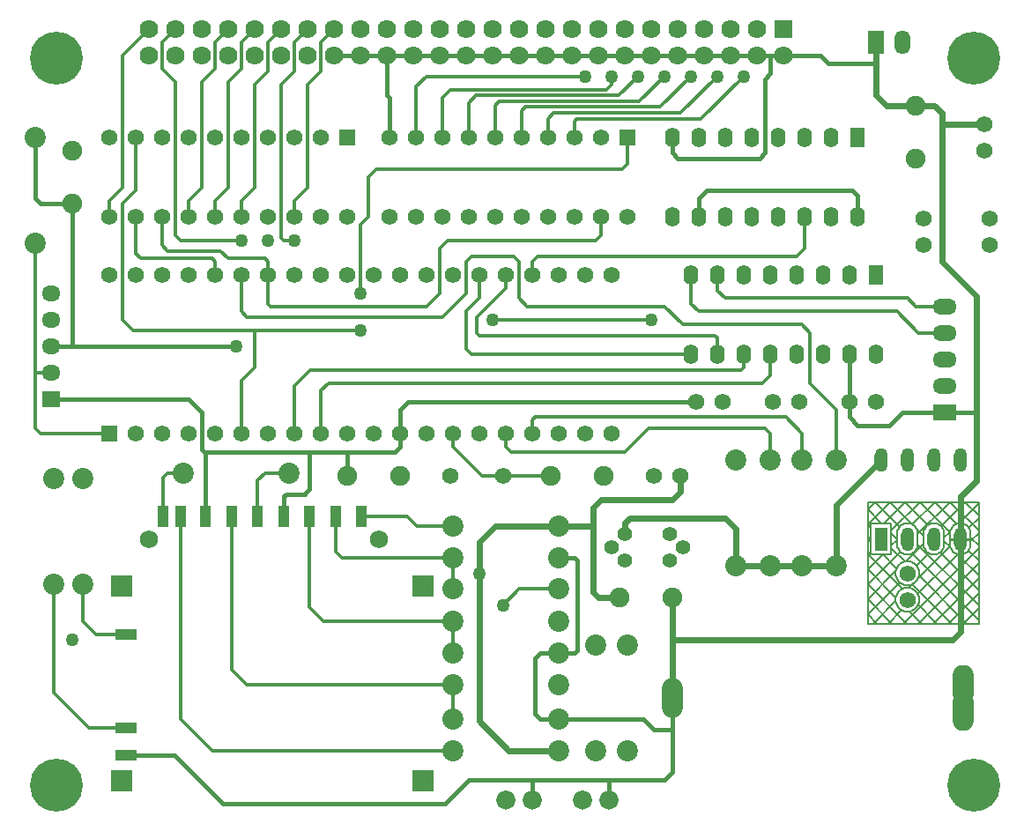
<source format=gtl>
%FSLAX42Y42*%
%MOMM*%
G71*
G01*
G75*
%ADD10C,0.20*%
%ADD11R,2.00X2.00*%
%ADD12R,2.00X1.00*%
%ADD13R,1.00X2.00*%
%ADD14R,1.00X2.00*%
%ADD15C,0.41*%
%ADD16C,0.61*%
%ADD17C,0.30*%
%ADD18C,0.25*%
%ADD19C,1.73*%
%ADD20C,2.03*%
%ADD21C,1.90*%
%ADD22R,1.78X1.78*%
%ADD23C,1.78*%
%ADD24O,1.52X2.29*%
%ADD25R,1.52X2.29*%
%ADD26O,2.03X3.81*%
%ADD27C,1.83*%
%ADD28O,2.29X1.52*%
%ADD29O,1.78X1.52*%
%ADD30R,1.78X1.52*%
%ADD31C,5.08*%
%ADD32R,1.57X1.57*%
%ADD33C,1.57*%
%ADD34R,1.40X1.90*%
%ADD35O,1.40X1.90*%
%ADD36O,1.27X2.29*%
%ADD37R,1.27X2.29*%
%ADD38C,1.40*%
%ADD39R,2.29X1.52*%
%ADD40C,1.27*%
D10*
X29006Y18599D02*
X29003Y18624D01*
X28995Y18649D01*
X28981Y18670D01*
X28963Y18688D01*
X28941Y18702D01*
X28917Y18710D01*
X28892Y18713D01*
X28866Y18710D01*
X28842Y18702D01*
X28820Y18688D01*
X28802Y18670D01*
X28789Y18649D01*
X28780Y18624D01*
X28777Y18599D01*
X28780Y18574D01*
X28789Y18549D01*
X28802Y18528D01*
X28820Y18510D01*
X28842Y18496D01*
X28866Y18488D01*
X28892Y18485D01*
X28917Y18488D01*
X28941Y18496D01*
X28963Y18510D01*
X28981Y18528D01*
X28995Y18549D01*
X29003Y18574D01*
X29006Y18599D01*
Y18853D02*
X29003Y18878D01*
X28995Y18903D01*
X28981Y18924D01*
X28963Y18942D01*
X28941Y18956D01*
X28917Y18964D01*
X28892Y18967D01*
X28866Y18964D01*
X28842Y18956D01*
X28820Y18942D01*
X28802Y18924D01*
X28789Y18903D01*
X28780Y18878D01*
X28777Y18853D01*
X28780Y18828D01*
X28789Y18803D01*
X28802Y18782D01*
X28820Y18764D01*
X28842Y18750D01*
X28866Y18742D01*
X28892Y18739D01*
X28917Y18742D01*
X28941Y18750D01*
X28963Y18764D01*
X28981Y18782D01*
X28995Y18803D01*
X29003Y18828D01*
X29006Y18853D01*
X28793Y19132D02*
X28796Y19107D01*
X28806Y19083D01*
X28822Y19062D01*
X28842Y19047D01*
X28866Y19037D01*
X28892Y19033D01*
X28917Y19037D01*
X28941Y19047D01*
X28962Y19062D01*
X28977Y19083D01*
X28987Y19107D01*
X28991Y19132D01*
Y19234D02*
X28987Y19260D01*
X28977Y19283D01*
X28962Y19304D01*
X28941Y19320D01*
X28917Y19330D01*
X28892Y19333D01*
X28866Y19330D01*
X28842Y19320D01*
X28822Y19304D01*
X28806Y19283D01*
X28796Y19260D01*
X28793Y19234D01*
X29047Y19132D02*
X29050Y19107D01*
X29060Y19083D01*
X29076Y19062D01*
X29096Y19047D01*
X29120Y19037D01*
X29146Y19033D01*
X29171Y19037D01*
X29195Y19047D01*
X29216Y19062D01*
X29231Y19083D01*
X29241Y19107D01*
X29245Y19132D01*
X29301D02*
X29304Y19107D01*
X29314Y19083D01*
X29330Y19062D01*
X29350Y19047D01*
X29374Y19037D01*
X29400Y19033D01*
X29425Y19037D01*
X29449Y19047D01*
X29470Y19062D01*
X29485Y19083D01*
X29495Y19107D01*
X29499Y19132D01*
X29245Y19234D02*
X29241Y19260D01*
X29231Y19283D01*
X29216Y19304D01*
X29195Y19320D01*
X29171Y19330D01*
X29146Y19333D01*
X29120Y19330D01*
X29096Y19320D01*
X29076Y19304D01*
X29060Y19283D01*
X29050Y19260D01*
X29047Y19234D01*
X29499D02*
X29495Y19260D01*
X29485Y19283D01*
X29470Y19304D01*
X29449Y19320D01*
X29425Y19330D01*
X29400Y19333D01*
X29374Y19330D01*
X29350Y19320D01*
X29330Y19304D01*
X29314Y19283D01*
X29304Y19260D01*
X29301Y19234D01*
X28511Y18459D02*
X28599Y18370D01*
X28511Y18603D02*
X28743Y18370D01*
X28566D02*
X28778Y18583D01*
X28511Y18459D02*
X28818Y18766D01*
X28511Y18459D02*
X28818Y18766D01*
X28511Y18603D02*
X28779Y18871D01*
X28511Y18890D02*
X28654Y19033D01*
X28511Y18890D02*
X28780Y18621D01*
X28511Y18370D02*
Y19539D01*
Y19034D02*
X28539Y19062D01*
X28655Y19033D02*
X28788Y18900D01*
X28511Y18370D02*
X29577D01*
X28709D02*
X28837Y18498D01*
X28511Y18746D02*
X28887Y18370D01*
X28914Y18487D02*
X29030Y18370D01*
X28907Y18712D02*
X28950Y18755D01*
X28511Y19034D02*
X28842Y18702D01*
X28511Y18746D02*
X28824Y19060D01*
X28737Y19095D02*
X28867Y18965D01*
X28853Y18370D02*
X29577Y19095D01*
X28874Y18966D02*
X29047Y19139D01*
X28511Y19177D02*
X28539Y19150D01*
X28511Y19177D02*
X28539Y19205D01*
Y19033D02*
X28737D01*
X28539D02*
Y19333D01*
X28511Y19321D02*
X28539Y19293D01*
X28511Y19465D02*
X28643Y19333D01*
X28511Y19465D02*
X28585Y19539D01*
X28511Y19465D02*
X28643Y19333D01*
X28737Y19033D02*
Y19333D01*
X28511Y19321D02*
X28728Y19539D01*
X28539Y19333D02*
X28737D01*
Y19116D02*
X28793Y19172D01*
X28737Y19239D02*
X28793Y19183D01*
X28737Y19239D02*
X28793Y19183D01*
Y19132D02*
Y19234D01*
X28580Y19539D02*
X28818Y19301D01*
X28666Y19333D02*
X28872Y19539D01*
X28511D02*
X29577D01*
X28737Y19260D02*
X29016Y19539D01*
X28724D02*
X28946Y19317D01*
X28868Y19539D02*
X29090Y19316D01*
X28939Y18749D02*
X29318Y18370D01*
X28979Y18927D02*
X29097Y19046D01*
X28995Y18550D02*
X29174Y18370D01*
X28992Y18653D02*
X29375Y19036D01*
X29003Y18829D02*
X29461Y18370D01*
X28990Y18795D02*
X29304Y19108D01*
X28979Y18927D02*
X29097Y19046D01*
X29245Y19162D02*
X29306Y19101D01*
X28997Y18370D02*
X29577Y18951D01*
X29140Y18370D02*
X29577Y18807D01*
X28933Y19042D02*
X29577Y18398D01*
X29284Y18370D02*
X29577Y18664D01*
X29428Y18370D02*
X29577Y18520D01*
X29368Y19038D02*
X29577Y18829D01*
X28933Y19042D02*
X29577Y18398D01*
X28991Y19129D02*
X29577Y18542D01*
X29208Y19055D02*
X29577Y18685D01*
Y18370D02*
Y19539D01*
X29478Y19072D02*
X29577Y18973D01*
X29499Y19195D02*
X29577Y19116D01*
X28991Y19132D02*
Y19234D01*
X29047Y19132D02*
Y19234D01*
X29245Y19132D02*
Y19234D01*
X29301Y19132D02*
Y19234D01*
X29245Y19193D02*
X29302Y19250D01*
X29245Y19193D02*
X29302Y19250D01*
X28974Y19289D02*
X29047Y19216D01*
X28941Y19320D02*
X29159Y19539D01*
X28991Y19226D02*
X29303Y19539D01*
X29012D02*
X29302Y19249D01*
X29155Y19539D02*
X29367Y19327D01*
X29499Y19132D02*
Y19234D01*
Y19160D02*
X29577Y19238D01*
X29299Y19539D02*
X29577Y19260D01*
X29214Y19306D02*
X29447Y19539D01*
X29383Y19332D02*
X29577Y19526D01*
X29483Y19288D02*
X29577Y19382D01*
X29383Y19332D02*
X29577Y19526D01*
X29443Y19539D02*
X29577Y19404D01*
D11*
X21342Y16863D02*
D03*
X24242Y18728D02*
D03*
X21342D02*
D03*
X24242Y16863D02*
D03*
D12*
X21382Y18263D02*
D03*
Y17368D02*
D03*
Y17108D02*
D03*
D13*
X21737Y19403D02*
D03*
X23649D02*
D03*
X22399D02*
D03*
X23399D02*
D03*
X23149D02*
D03*
X22899D02*
D03*
X21907D02*
D03*
X22149D02*
D03*
D14*
X22649Y19403D02*
D03*
D15*
X20662Y20529D02*
X21983D01*
X20662Y21037D02*
X22440D01*
X20865D02*
Y22409D01*
X28409Y22282D02*
Y22485D01*
X26885Y22282D02*
Y22460D01*
X28358Y22536D02*
X28409Y22485D01*
X26961Y22536D02*
X28358D01*
X26885Y22460D02*
X26961Y22536D01*
X28409Y20275D02*
X28714D01*
X28841Y20402D01*
X28333Y20352D02*
X28409Y20275D01*
X27520Y23603D02*
X27571Y23654D01*
X27520Y22892D02*
Y23603D01*
X27469Y22841D02*
X27520Y22892D01*
X26682Y22841D02*
X27469D01*
X26631Y22892D02*
X26682Y22841D01*
X26631Y22892D02*
Y23044D01*
X23888Y23450D02*
Y23831D01*
X23913Y23044D02*
Y23425D01*
X23888Y23450D02*
X23913Y23425D01*
X20560Y22409D02*
X20865D01*
X20510Y22460D02*
X20560Y22409D01*
X20510Y22460D02*
Y23044D01*
X24015Y20072D02*
Y20428D01*
X22135Y20021D02*
X23964D01*
X22110Y20047D02*
X22149Y20007D01*
X23149Y20019D02*
X23151Y20021D01*
X23507Y19793D02*
Y20021D01*
X23149Y19666D02*
Y20019D01*
X23100Y19617D02*
X23149Y19666D01*
X23100Y19615D02*
Y19617D01*
X22923Y19615D02*
X23100D01*
X26352Y17456D02*
X26453Y17354D01*
X22899Y19592D02*
X22923Y19615D01*
X22899Y19403D02*
Y19592D01*
X22149Y19403D02*
Y20007D01*
X22110Y20047D02*
Y20402D01*
X23964Y20021D02*
X24015Y20072D01*
X21983Y20529D02*
X22110Y20402D01*
X21382Y17108D02*
X21848D01*
X24091Y20504D02*
X26860D01*
X24015Y20428D02*
X24091Y20504D01*
X24447Y16643D02*
X24675Y16872D01*
X22313Y16643D02*
X24447D01*
X21848Y17108D02*
X22313Y16643D01*
X28053Y23831D02*
X28130Y23755D01*
X25691Y19005D02*
X25717Y18980D01*
X25539Y19005D02*
X25691D01*
X25717Y18116D02*
Y18980D01*
X25691Y18091D02*
X25717Y18116D01*
X25310Y18040D02*
X25361Y18091D01*
X25310Y17507D02*
Y18040D01*
Y17507D02*
X25361Y17456D01*
X26555Y16872D02*
X26631Y16948D01*
X25285Y16669D02*
Y16872D01*
X26021Y16669D02*
Y16872D01*
X26453Y17354D02*
X26631D01*
X27571Y23654D02*
Y23831D01*
X28130Y23755D02*
X28587D01*
X25361Y17456D02*
X26352D01*
X25361Y18091D02*
X25691D01*
X24675Y16872D02*
X26555D01*
X26631Y16948D02*
Y17634D01*
X28333Y20352D02*
Y20961D01*
X28841Y20402D02*
X29552D01*
X23380Y23831D02*
X28053D01*
D16*
X29222Y21850D02*
X29552Y21520D01*
X28587Y23450D02*
X28688Y23349D01*
X29146D02*
X29222Y23273D01*
X24777Y17431D02*
X25056Y17151D01*
X25539D01*
X24777Y19158D02*
X24929Y19310D01*
X28206Y19513D02*
X28638Y19945D01*
X28206Y18929D02*
Y19513D01*
X29400Y19590D02*
X29552Y19742D01*
X29323Y18218D02*
X29400Y18294D01*
X26707Y19640D02*
Y19793D01*
X26631Y19564D02*
X26707Y19640D01*
X25869Y19488D02*
X25945Y19564D01*
X26631D01*
X27139Y19386D02*
X27241Y19285D01*
Y18929D02*
Y19285D01*
Y18929D02*
X28206D01*
X26174Y19234D02*
Y19336D01*
X26225Y19386D01*
X27139D01*
X25920Y18624D02*
X26123D01*
X25869Y18675D02*
X25920Y18624D01*
X24777Y17431D02*
Y19158D01*
X24929Y19310D02*
X25869D01*
Y18675D02*
Y19488D01*
X26631Y18218D02*
X29323D01*
X29222Y23171D02*
X29628D01*
X26631Y17634D02*
Y18624D01*
X29400Y18294D02*
Y19590D01*
X29552Y19742D02*
Y21520D01*
X29222Y21850D02*
Y23273D01*
X28688Y23349D02*
X29146D01*
X28587Y23450D02*
Y23958D01*
D17*
X27952Y20682D02*
Y21164D01*
X25082Y20021D02*
X26174D01*
X26402Y20250D01*
X21449Y21190D02*
X23634D01*
X22618Y20834D02*
Y21190D01*
X21348Y21291D02*
Y22409D01*
Y21291D02*
X21449Y21190D01*
X23634Y21545D02*
Y22206D01*
X24421Y21317D02*
X24650Y21545D01*
X22542Y21317D02*
X24421D01*
X22491Y21368D02*
X22542Y21317D01*
X22491Y21368D02*
Y21723D01*
X22745Y21444D02*
Y21850D01*
X24396Y21545D02*
Y21977D01*
X24269Y21418D02*
X24396Y21545D01*
X22745Y21444D02*
X22770Y21418D01*
X24269D01*
X23634Y22206D02*
X23710Y22282D01*
Y22663D01*
X23786Y22739D01*
X26148D01*
X26199Y22790D01*
Y23044D01*
X21729Y22003D02*
Y22282D01*
X22288Y21952D02*
X22364Y21876D01*
X21729Y22003D02*
X21780Y21952D01*
X22288D01*
X21856Y22104D02*
Y23577D01*
X21907Y22053D02*
X22491D01*
X21856Y22104D02*
X21907Y22053D01*
X22364Y21876D02*
X22719D01*
X21729Y23704D02*
X21856Y23577D01*
X21729Y23704D02*
Y23958D01*
X21856Y24085D01*
X22872Y22079D02*
Y23552D01*
Y22079D02*
X22897Y22053D01*
X22999D01*
X22719Y21876D02*
X22745Y21850D01*
X22872Y23552D02*
X22999Y23679D01*
Y23958D01*
X23126Y24085D01*
X25285Y20199D02*
Y20326D01*
X25310Y20352D01*
X24472Y22053D02*
X25894D01*
X24396Y21977D02*
X24472Y22053D01*
X24650Y21545D02*
Y21850D01*
X23126Y22561D02*
Y23552D01*
X24701Y20961D02*
X26809D01*
X24650Y21012D02*
Y21368D01*
Y21012D02*
X24701Y20961D01*
X24650Y21368D02*
X24777Y21495D01*
Y21723D01*
X28993Y21164D02*
X29247D01*
X28790Y21368D02*
X28993Y21164D01*
X26885Y21368D02*
X28790D01*
X26809Y21444D02*
X26885Y21368D01*
X26809Y21444D02*
Y21723D01*
X28892Y21495D02*
X28968Y21418D01*
X27063Y21571D02*
X27139Y21495D01*
X28968Y21418D02*
X29247D01*
X27139Y21495D02*
X28892D01*
X27063Y21571D02*
Y21723D01*
X25234Y21418D02*
X26555D01*
X27876Y21241D02*
X27952Y21164D01*
X26555Y21418D02*
X26733Y21241D01*
X27876D01*
X24904Y21291D02*
X26428D01*
X24777Y21139D02*
X27037D01*
X24751Y21317D02*
X25031Y21596D01*
X24751Y21164D02*
X24777Y21139D01*
X24751Y21164D02*
Y21317D01*
X25031Y21596D02*
Y21723D01*
X27901Y21977D02*
Y22282D01*
X27825Y21901D02*
X27901Y21977D01*
X25336Y21901D02*
X27825D01*
X25285Y21850D02*
X25336Y21901D01*
X25285Y21723D02*
Y21850D01*
X25894Y22053D02*
X25945Y22104D01*
Y22282D01*
X21348Y22409D02*
X21475Y22536D01*
Y23044D01*
X22237Y21723D02*
Y21850D01*
X22211Y21876D02*
X22237Y21850D01*
X21526Y21876D02*
X22211D01*
X21475Y21926D02*
X21526Y21876D01*
X21475Y21926D02*
Y22282D01*
X21221D02*
Y22434D01*
X21348Y22561D01*
Y23831D01*
X21602Y24085D01*
X22237Y23958D02*
X22364Y24085D01*
X22237Y23704D02*
Y23958D01*
X22110Y23577D02*
X22237Y23704D01*
X22110Y22561D02*
Y23577D01*
X21983Y22434D02*
X22110Y22561D01*
X21983Y22282D02*
Y22434D01*
X22237Y22282D02*
Y22434D01*
X22364Y22561D01*
Y23577D01*
X22491Y23704D01*
Y23958D01*
X22618Y24085D01*
X22491Y22282D02*
Y22434D01*
X22618Y22561D01*
Y23552D01*
X22745Y23679D01*
Y23958D01*
X22872Y24085D01*
X22999Y22282D02*
Y22434D01*
X23126Y22561D01*
Y23552D02*
X23253Y23679D01*
Y23958D01*
X23380Y24085D01*
X25158Y21495D02*
X25234Y21418D01*
X25158Y21495D02*
Y21850D01*
X25107Y21901D02*
X25158Y21850D01*
X24701Y21901D02*
X25107D01*
X24650Y21850D02*
X24701Y21901D01*
X26905Y23217D02*
X27317Y23628D01*
X25712Y23217D02*
X26905D01*
X25691Y23196D02*
X25712Y23217D01*
X25691Y23044D02*
Y23196D01*
X25437Y23044D02*
Y23222D01*
X25488Y23273D01*
X26707D01*
X27063Y23628D01*
X24746Y23445D02*
X26118D01*
X24675Y23374D02*
X24746Y23445D01*
X24675Y23044D02*
Y23374D01*
X26514Y23334D02*
X26809Y23628D01*
X25219Y23334D02*
X26514D01*
X25183Y23298D02*
X25219Y23334D01*
X25183Y23044D02*
Y23298D01*
X26316Y23389D02*
X26555Y23628D01*
X24970Y23389D02*
X26316D01*
X24929Y23349D02*
X24970Y23389D01*
X24929Y23044D02*
Y23349D01*
X26118Y23445D02*
X26301Y23628D01*
X24421Y23044D02*
Y23425D01*
X24497Y23501D01*
X25996D01*
X26047Y23552D01*
Y23628D01*
X24167Y23044D02*
Y23527D01*
X24269Y23628D01*
X25793D01*
X24802Y19793D02*
X25463D01*
X24523Y20072D02*
X24802Y19793D01*
X24523Y20072D02*
Y20199D01*
X25158Y18701D02*
X25539D01*
X25005Y18548D02*
X25158Y18701D01*
X22211Y17151D02*
X24523D01*
X21907Y17456D02*
X22211Y17151D01*
X21907Y17456D02*
Y19403D01*
X24523Y17456D02*
Y17786D01*
X22542D02*
X24523D01*
X22399Y17928D02*
X22542Y17786D01*
X22399Y17928D02*
Y19403D01*
X24523Y18091D02*
Y18396D01*
X23278D02*
X24523D01*
X23149Y18525D02*
X23278Y18396D01*
X23149Y18525D02*
Y19403D01*
X24523Y18701D02*
Y19005D01*
X23456D02*
X24523D01*
X23399Y19062D02*
X23456Y19005D01*
X23399Y19062D02*
Y19403D01*
X24175Y19310D02*
X24523D01*
X24082Y19403D02*
X24175Y19310D01*
X23649Y19403D02*
X24082D01*
X21737D02*
Y19775D01*
X21780Y19818D01*
X21932D01*
X22491Y20707D02*
X22618Y20834D01*
X22491Y20199D02*
Y20707D01*
X27037Y21139D02*
X27063Y21114D01*
Y20961D02*
Y21114D01*
X27317Y20834D02*
Y20961D01*
X27291Y20809D02*
X27317Y20834D01*
X23151Y20809D02*
X27291D01*
X22999Y20656D02*
X23151Y20809D01*
X22999Y20199D02*
Y20656D01*
X25031Y20072D02*
Y20199D01*
Y20072D02*
X25082Y20021D01*
X21370Y17380D02*
X21382Y17368D01*
X22649Y19748D02*
X22719Y19818D01*
X22649Y19403D02*
Y19748D01*
X20560Y20199D02*
X21221D01*
X20510Y20250D02*
X20560Y20199D01*
X27571Y20758D02*
Y20961D01*
X23329Y20682D02*
X27495D01*
X23253Y20606D02*
X23329Y20682D01*
X23253Y20199D02*
Y20606D01*
X27495Y20682D02*
X27571Y20758D01*
X20967Y18396D02*
Y18751D01*
Y18396D02*
X21099Y18263D01*
X21382D01*
X21029Y17368D02*
X21382D01*
X20687Y17710D02*
X21029Y17368D01*
X20687Y17710D02*
Y18751D01*
X22719Y19818D02*
X22948D01*
X20510Y20783D02*
X20662D01*
X20510Y20250D02*
Y22028D01*
X27571Y19945D02*
Y20199D01*
X27520Y20250D02*
X27571Y20199D01*
X26402Y20250D02*
X27520D01*
X27876Y19945D02*
Y20199D01*
X27723Y20352D02*
X27876Y20199D01*
X25310Y20352D02*
X27723D01*
X28206Y19945D02*
Y20428D01*
X27952Y20682D02*
X28206Y20428D01*
D18*
X29400Y19043D02*
Y19183D01*
X29311D02*
X29400D01*
X29489D01*
X29400D02*
Y19323D01*
D19*
X21602Y19183D02*
D03*
X23812D02*
D03*
D20*
X27241Y19945D02*
D03*
Y18929D02*
D03*
X20510Y22028D02*
D03*
Y23044D02*
D03*
X24523Y17151D02*
D03*
X25539D02*
D03*
X22948Y19818D02*
D03*
X21932D02*
D03*
X24523Y19310D02*
D03*
X25539D02*
D03*
X28206Y18929D02*
D03*
Y19945D02*
D03*
X27876D02*
D03*
Y18929D02*
D03*
X27571D02*
D03*
Y19945D02*
D03*
X24523Y18701D02*
D03*
X25539D02*
D03*
Y18396D02*
D03*
X24523D02*
D03*
Y17786D02*
D03*
X25539D02*
D03*
X24523Y19005D02*
D03*
X25539D02*
D03*
Y18091D02*
D03*
X24523D02*
D03*
Y17456D02*
D03*
X25539D02*
D03*
X20687Y19767D02*
D03*
Y18751D02*
D03*
X20967D02*
D03*
Y19767D02*
D03*
X26199Y17151D02*
D03*
Y18167D02*
D03*
X25894D02*
D03*
Y17151D02*
D03*
D21*
X20865Y22409D02*
D03*
Y22917D02*
D03*
X28968Y23349D02*
D03*
Y22841D02*
D03*
X24015Y19793D02*
D03*
X23507D02*
D03*
X25971D02*
D03*
X25463D02*
D03*
X26123Y18624D02*
D03*
X26631D02*
D03*
D22*
X27698Y24085D02*
D03*
D23*
Y23831D02*
D03*
X27444Y24085D02*
D03*
Y23831D02*
D03*
X27190Y24085D02*
D03*
Y23831D02*
D03*
X26936Y24085D02*
D03*
Y23831D02*
D03*
X26682Y24085D02*
D03*
Y23831D02*
D03*
X26428Y24085D02*
D03*
Y23831D02*
D03*
X26174Y24085D02*
D03*
Y23831D02*
D03*
X25920Y24085D02*
D03*
Y23831D02*
D03*
X25666Y24085D02*
D03*
Y23831D02*
D03*
X25412Y24085D02*
D03*
Y23831D02*
D03*
X25158Y24085D02*
D03*
Y23831D02*
D03*
X24904Y24085D02*
D03*
Y23831D02*
D03*
X24650Y24085D02*
D03*
Y23831D02*
D03*
X24396Y24085D02*
D03*
Y23831D02*
D03*
X24142Y24085D02*
D03*
Y23831D02*
D03*
X23888Y24085D02*
D03*
Y23831D02*
D03*
X23634Y24085D02*
D03*
Y23831D02*
D03*
X23380Y24085D02*
D03*
Y23831D02*
D03*
X23126Y24085D02*
D03*
Y23831D02*
D03*
X22872Y24085D02*
D03*
Y23831D02*
D03*
X22618Y24085D02*
D03*
Y23831D02*
D03*
X22364Y24085D02*
D03*
Y23831D02*
D03*
X22110Y24085D02*
D03*
Y23831D02*
D03*
X21856Y24085D02*
D03*
Y23831D02*
D03*
X21602Y24085D02*
D03*
Y23831D02*
D03*
D24*
X28841Y23958D02*
D03*
D25*
X28587D02*
D03*
D26*
X26631Y17659D02*
D03*
X29425Y17786D02*
D03*
Y17532D02*
D03*
D27*
X25285Y16669D02*
D03*
X25767D02*
D03*
X26021D02*
D03*
X25031D02*
D03*
D28*
X29247Y21418D02*
D03*
Y20656D02*
D03*
Y20910D02*
D03*
Y21164D02*
D03*
D29*
X20662Y21291D02*
D03*
Y21037D02*
D03*
Y20783D02*
D03*
Y21545D02*
D03*
D30*
Y20529D02*
D03*
D31*
X29527Y16821D02*
D03*
Y23806D02*
D03*
X20713D02*
D03*
Y16821D02*
D03*
D32*
X26199Y23044D02*
D03*
X23507D02*
D03*
X21221Y20199D02*
D03*
D33*
X27596Y20504D02*
D03*
X27114D02*
D03*
X29628Y23171D02*
D03*
X29044Y22003D02*
D03*
Y22257D02*
D03*
X29679Y22003D02*
D03*
Y22257D02*
D03*
X22237Y22282D02*
D03*
X21983D02*
D03*
X22491D02*
D03*
X22745D02*
D03*
X22999D02*
D03*
X21729D02*
D03*
X21221D02*
D03*
X23253D02*
D03*
X21475D02*
D03*
X23253Y23044D02*
D03*
X22999D02*
D03*
X22745D02*
D03*
X22491D02*
D03*
X22237D02*
D03*
X21983D02*
D03*
X21729D02*
D03*
X21475D02*
D03*
X21221D02*
D03*
X23507Y22282D02*
D03*
X29628Y22917D02*
D03*
X25793Y20199D02*
D03*
X26047D02*
D03*
Y21723D02*
D03*
X25793D02*
D03*
X24523D02*
D03*
X24269D02*
D03*
X24015D02*
D03*
X23761D02*
D03*
X26707Y19793D02*
D03*
X26453D02*
D03*
X21475Y20199D02*
D03*
X21729D02*
D03*
X21983D02*
D03*
X22237D02*
D03*
X22491D02*
D03*
X22745D02*
D03*
X22999D02*
D03*
X23253D02*
D03*
X23507D02*
D03*
X23761D02*
D03*
X24015D02*
D03*
X24269D02*
D03*
X24523D02*
D03*
X24777D02*
D03*
X25031D02*
D03*
X25285D02*
D03*
X25539D02*
D03*
X21221Y21723D02*
D03*
X21475D02*
D03*
X22237D02*
D03*
X22491D02*
D03*
X22745D02*
D03*
X22999D02*
D03*
X23253D02*
D03*
X23507D02*
D03*
X24777D02*
D03*
X25031D02*
D03*
X25285D02*
D03*
X26860Y20504D02*
D03*
X27850D02*
D03*
X28587D02*
D03*
X28333D02*
D03*
X24497Y19793D02*
D03*
X25005D02*
D03*
X28892Y18853D02*
D03*
Y18599D02*
D03*
X21729Y21723D02*
D03*
X21983D02*
D03*
X25945Y23044D02*
D03*
X25691D02*
D03*
X25437D02*
D03*
X25183D02*
D03*
X24929D02*
D03*
X24675D02*
D03*
X24421D02*
D03*
X24167D02*
D03*
X23913D02*
D03*
X26199Y22282D02*
D03*
X25945D02*
D03*
X25691D02*
D03*
X25437D02*
D03*
X25183D02*
D03*
X24929D02*
D03*
X24675D02*
D03*
X24421D02*
D03*
X24167D02*
D03*
X23913D02*
D03*
X25539Y21723D02*
D03*
D34*
X28409Y23044D02*
D03*
X28587Y21723D02*
D03*
D35*
X28155Y23044D02*
D03*
X27901D02*
D03*
X27647D02*
D03*
X27393D02*
D03*
X27139D02*
D03*
X26885D02*
D03*
X26631D02*
D03*
X28409Y22282D02*
D03*
X28155D02*
D03*
X27901D02*
D03*
X27647D02*
D03*
X27393D02*
D03*
X27139D02*
D03*
X26885D02*
D03*
X26631D02*
D03*
X28333Y21723D02*
D03*
X28079D02*
D03*
X27825D02*
D03*
X27571D02*
D03*
X27317D02*
D03*
X27063D02*
D03*
X28587Y20961D02*
D03*
X28333D02*
D03*
X28079D02*
D03*
X27571D02*
D03*
X27317D02*
D03*
X27063D02*
D03*
X26809D02*
D03*
Y21723D02*
D03*
X27825Y20961D02*
D03*
D36*
X29400Y19945D02*
D03*
X29146D02*
D03*
X28892D02*
D03*
X28638D02*
D03*
X29400Y19183D02*
D03*
X29146D02*
D03*
X28892D02*
D03*
D37*
X28638D02*
D03*
D38*
X26606Y18980D02*
D03*
Y19234D02*
D03*
X26733Y19107D02*
D03*
X26047D02*
D03*
X26174Y18980D02*
D03*
Y19234D02*
D03*
D39*
X29247Y20402D02*
D03*
D40*
X20865Y18218D02*
D03*
X23634Y21545D02*
D03*
Y21190D02*
D03*
X22440Y21037D02*
D03*
X24777Y18853D02*
D03*
X25793Y23628D02*
D03*
X26047D02*
D03*
X26301D02*
D03*
X26555D02*
D03*
X26809D02*
D03*
X27063D02*
D03*
X27317D02*
D03*
X26428Y21291D02*
D03*
X24904D02*
D03*
X22745Y22053D02*
D03*
X22999D02*
D03*
X22491D02*
D03*
X25005Y18548D02*
D03*
M02*

</source>
